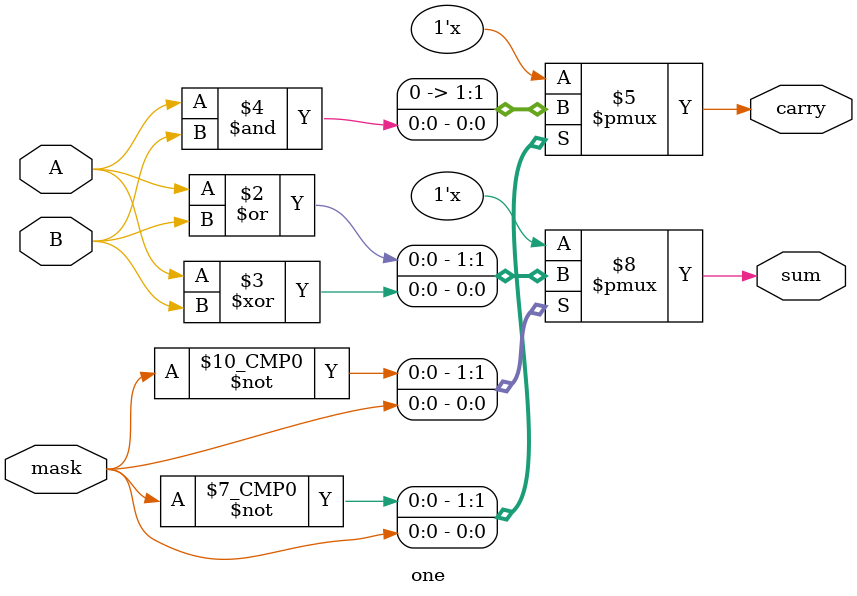
<source format=v>
`timescale 1ns / 1ps
module one(A , B, sum, carry , mask);

input A;
input B;
input mask;
output reg sum ;
output reg carry ;

always @(A or B or mask)
begin
case(mask)

	1'b0: begin
		sum = (A |B) ;
		carry = 1'b0 ;	
			end

	1'b1: begin
		sum = (A ^B) ;
	   carry = (A &B)  ;
			end
		
	endcase
	
end

endmodule

</source>
